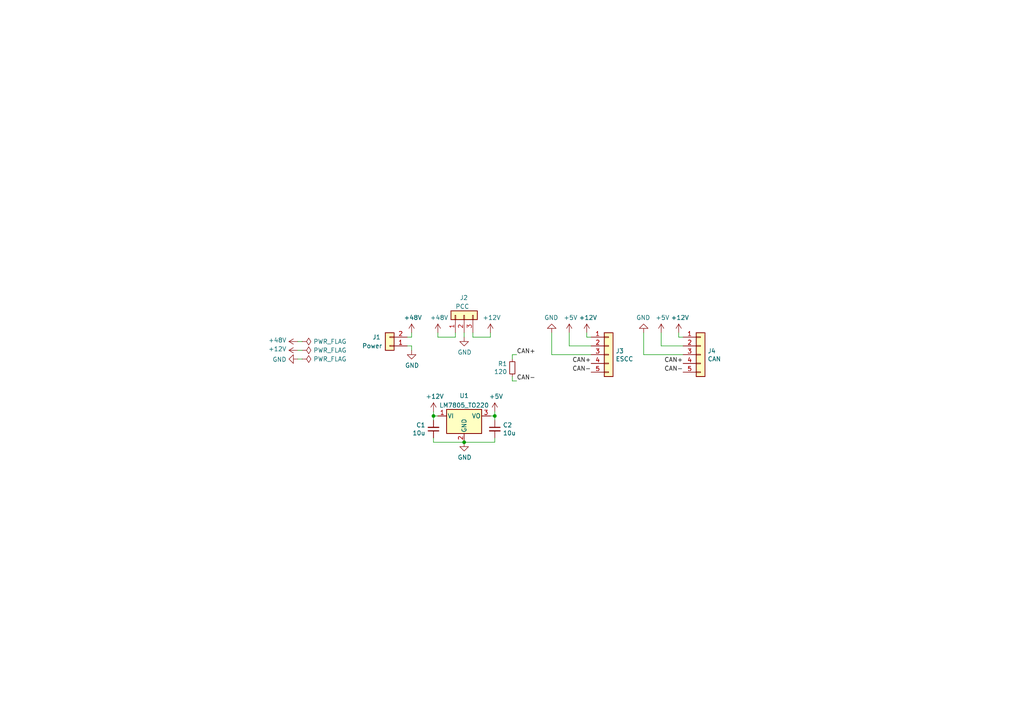
<source format=kicad_sch>
(kicad_sch (version 20211123) (generator eeschema)
  (paper "A4")
  (lib_symbols
    (symbol "Connector_Generic:Conn_01x02" (pin_names (offset 1.016) hide)
      (property "Reference" "J" (at 0 2.54 0))
      (property "Value" "Conn_01x02" (at 0 -5.08 0))
      (symbol "Conn_01x02_1_1"
        (rectangle (start -1.27 -2.413) (end 0 -2.667) (stroke (width 0.1524)))
        (rectangle (start -1.27 0.127) (end 0 -0.127) (stroke (width 0.1524)))
        (rectangle (start -1.27 1.27) (end 1.27 -3.81) (stroke (width 0.254)) (fill (type background)))
        (pin passive line (at -5.08 0 0) (length 3.81) (name "Pin_1") (number "1"))
        (pin passive line (at -5.08 -2.54 0) (length 3.81) (name "Pin_2") (number "2"))
      )
    )
    (symbol "Connector_Generic:Conn_01x03" (pin_names (offset 1.016) hide)
      (property "Reference" "J" (at 0 5.08 0))
      (property "Value" "Conn_01x03" (at 0 -5.08 0))
      (symbol "Conn_01x03_1_1"
        (rectangle (start -1.27 -2.413) (end 0 -2.667) (stroke (width 0.1524)))
        (rectangle (start -1.27 0.127) (end 0 -0.127) (stroke (width 0.1524)))
        (rectangle (start -1.27 2.667) (end 0 2.413) (stroke (width 0.1524)))
        (rectangle (start -1.27 3.81) (end 1.27 -3.81) (stroke (width 0.254)) (fill (type background)))
        (pin passive line (at -5.08 2.54 0) (length 3.81) (name "Pin_1") (number "1"))
        (pin passive line (at -5.08 0 0) (length 3.81) (name "Pin_2") (number "2"))
        (pin passive line (at -5.08 -2.54 0) (length 3.81) (name "Pin_3") (number "3"))
      )
    )
    (symbol "Connector_Generic:Conn_01x05" (pin_names (offset 1.016) hide)
      (property "Reference" "J" (at 0 7.62 0))
      (property "Value" "Conn_01x05" (at 0 -7.62 0))
      (symbol "Conn_01x05_1_1"
        (rectangle (start -1.27 -4.953) (end 0 -5.207) (stroke (width 0.1524)))
        (rectangle (start -1.27 -2.413) (end 0 -2.667) (stroke (width 0.1524)))
        (rectangle (start -1.27 0.127) (end 0 -0.127) (stroke (width 0.1524)))
        (rectangle (start -1.27 2.667) (end 0 2.413) (stroke (width 0.1524)))
        (rectangle (start -1.27 5.207) (end 0 4.953) (stroke (width 0.1524)))
        (rectangle (start -1.27 6.35) (end 1.27 -6.35) (stroke (width 0.254)) (fill (type background)))
        (pin passive line (at -5.08 5.08 0) (length 3.81) (name "Pin_1") (number "1"))
        (pin passive line (at -5.08 2.54 0) (length 3.81) (name "Pin_2") (number "2"))
        (pin passive line (at -5.08 0 0) (length 3.81) (name "Pin_3") (number "3"))
        (pin passive line (at -5.08 -2.54 0) (length 3.81) (name "Pin_4") (number "4"))
        (pin passive line (at -5.08 -5.08 0) (length 3.81) (name "Pin_5") (number "5"))
      )
    )
    (symbol "Device:C_Small" (pin_numbers hide) (pin_names (offset 0.254) hide)
      (property "Reference" "C" (at 0.254 1.778 0))
      (property "Value" "C_Small" (at 0.254 -2.032 0))
      (symbol "C_Small_0_1"
        (polyline (pts (xy -1.524 -0.508) (xy 1.524 -0.508)) (stroke (width 0.3302)))
        (polyline (pts (xy -1.524 0.508) (xy 1.524 0.508)) (stroke (width 0.3048)))
      )
      (symbol "C_Small_1_1"
        (pin passive line (at 0 2.54 270) (length 2.032) (name "~") (number "1"))
        (pin passive line (at 0 -2.54 90) (length 2.032) (name "~") (number "2"))
      )
    )
    (symbol "Device:R_Small" (pin_numbers hide) (pin_names (offset 0.254) hide)
      (property "Reference" "R" (at 0.762 0.508 0))
      (property "Value" "R_Small" (at 0.762 -1.016 0))
      (symbol "R_Small_0_1"
        (rectangle (start -0.762 1.778) (end 0.762 -1.778) (stroke (width 0.2032)))
      )
      (symbol "R_Small_1_1"
        (pin passive line (at 0 2.54 270) (length 0.762) (name "~") (number "1"))
        (pin passive line (at 0 -2.54 90) (length 0.762) (name "~") (number "2"))
      )
    )
    (symbol "Regulator_Linear:LM7805_TO220" (pin_names (offset 0.254))
      (property "Reference" "U" (at -3.81 3.175 0))
      (property "Value" "LM7805_TO220" (at 0 3.175 0))
      (symbol "LM7805_TO220_0_1"
        (rectangle (start -5.08 1.905) (end 5.08 -5.08) (stroke (width 0.254)) (fill (type background)))
      )
      (symbol "LM7805_TO220_1_1"
        (pin power_in line (at -7.62 0 0) (length 2.54) (name "VI") (number "1"))
        (pin power_in line (at 0 -7.62 90) (length 2.54) (name "GND") (number "2"))
        (pin power_out line (at 7.62 0 180) (length 2.54) (name "VO") (number "3"))
      )
    )
    (symbol "power:+12V" (power) (pin_names (offset 0))
      (property "Value" "+12V" (at 0 3.556 0))
      (symbol "+12V_0_1"
        (polyline (pts (xy -0.762 1.27) (xy 0 2.54)))
        (polyline (pts (xy 0 0) (xy 0 2.54)))
        (polyline (pts (xy 0 2.54) (xy 0.762 1.27)))
      )
      (symbol "+12V_1_1"
        (pin power_in line (at 0 0 90) (length 0) hide (name "+12V") (number "1"))
      )
    )
    (symbol "power:+48V" (power) (pin_names (offset 0))
      (property "Value" "+48V" (at 0 3.556 0))
      (symbol "+48V_0_1"
        (polyline (pts (xy -0.762 1.27) (xy 0 2.54)))
        (polyline (pts (xy 0 0) (xy 0 2.54)))
        (polyline (pts (xy 0 2.54) (xy 0.762 1.27)))
      )
      (symbol "+48V_1_1"
        (pin power_in line (at 0 0 90) (length 0) hide (name "+48V") (number "1"))
      )
    )
    (symbol "power:+5V" (power) (pin_names (offset 0))
      (property "Value" "+5V" (at 0 3.556 0))
      (symbol "+5V_0_1"
        (polyline (pts (xy -0.762 1.27) (xy 0 2.54)))
        (polyline (pts (xy 0 0) (xy 0 2.54)))
        (polyline (pts (xy 0 2.54) (xy 0.762 1.27)))
      )
      (symbol "+5V_1_1"
        (pin power_in line (at 0 0 90) (length 0) hide (name "+5V") (number "1"))
      )
    )
    (symbol "power:GND" (power) (pin_names (offset 0))
      (property "Value" "GND" (at 0 -3.81 0))
      (symbol "GND_0_1"
        (polyline (pts (xy 0 0) (xy 0 -1.27) (xy 1.27 -1.27) (xy 0 -2.54) (xy -1.27 -1.27) (xy 0 -1.27)))
      )
      (symbol "GND_1_1"
        (pin power_in line (at 0 0 270) (length 0) hide (name "GND") (number "1"))
      )
    )
    (symbol "power:PWR_FLAG" (power) (pin_numbers hide) (pin_names (offset 0) hide)
      (property "Value" "PWR_FLAG" (at 0 3.81 0))
      (symbol "PWR_FLAG_0_0"
        (pin power_out line (at 0 0 90) (length 0) (name "pwr") (number "1"))
      )
      (symbol "PWR_FLAG_0_1"
        (polyline (pts (xy 0 0) (xy 0 1.27) (xy -1.016 1.905) (xy 0 2.54) (xy 1.016 1.905) (xy 0 1.27)))
      )
    )
  )
  (junction (at 143.51 120.65))
  (junction (at 125.73 120.65))
  (junction (at 134.62 128.27))
  (wire (pts (xy 143.51 128.27) (xy 143.51 127)))
  (wire (pts (xy 87.63 101.6) (xy 86.36 101.6)))
  (wire (pts (xy 191.77 100.33) (xy 198.12 100.33)))
  (wire (pts (xy 143.51 121.92) (xy 143.51 120.65)))
  (wire (pts (xy 125.73 119.38) (xy 125.73 120.65)))
  (wire (pts (xy 137.16 97.79) (xy 142.24 97.79)))
  (wire (pts (xy 148.59 109.22) (xy 148.59 110.49)))
  (wire (pts (xy 186.69 102.87) (xy 198.12 102.87)))
  (wire (pts (xy 134.62 97.79) (xy 134.62 96.52)))
  (wire (pts (xy 165.1 96.52) (xy 165.1 100.33)))
  (wire (pts (xy 127 97.79) (xy 132.08 97.79)))
  (wire (pts (xy 170.18 96.52) (xy 170.18 97.79)))
  (wire (pts (xy 160.02 96.52) (xy 160.02 102.87)))
  (wire (pts (xy 160.02 102.87) (xy 171.45 102.87)))
  (wire (pts (xy 165.1 100.33) (xy 171.45 100.33)))
  (wire (pts (xy 143.51 120.65) (xy 143.51 119.38)))
  (wire (pts (xy 137.16 96.52) (xy 137.16 97.79)))
  (wire (pts (xy 186.69 96.52) (xy 186.69 102.87)))
  (wire (pts (xy 118.11 97.79) (xy 119.38 97.79)))
  (wire (pts (xy 127 120.65) (xy 125.73 120.65)))
  (wire (pts (xy 127 96.52) (xy 127 97.79)))
  (wire (pts (xy 118.11 100.33) (xy 119.38 100.33)))
  (wire (pts (xy 196.85 96.52) (xy 196.85 97.79)))
  (wire (pts (xy 134.62 128.27) (xy 125.73 128.27)))
  (wire (pts (xy 87.63 104.14) (xy 86.36 104.14)))
  (wire (pts (xy 148.59 102.87) (xy 148.59 104.14)))
  (wire (pts (xy 125.73 120.65) (xy 125.73 121.92)))
  (wire (pts (xy 125.73 128.27) (xy 125.73 127)))
  (wire (pts (xy 142.24 120.65) (xy 143.51 120.65)))
  (wire (pts (xy 142.24 97.79) (xy 142.24 96.52)))
  (wire (pts (xy 132.08 97.79) (xy 132.08 96.52)))
  (wire (pts (xy 119.38 100.33) (xy 119.38 101.6)))
  (wire (pts (xy 86.36 99.06) (xy 87.63 99.06)))
  (wire (pts (xy 170.18 97.79) (xy 171.45 97.79)))
  (wire (pts (xy 134.62 128.27) (xy 143.51 128.27)))
  (wire (pts (xy 119.38 97.79) (xy 119.38 96.52)))
  (wire (pts (xy 196.85 97.79) (xy 198.12 97.79)))
  (wire (pts (xy 191.77 96.52) (xy 191.77 100.33)))
  (wire (pts (xy 149.86 102.87) (xy 148.59 102.87)))
  (wire (pts (xy 148.59 110.49) (xy 149.86 110.49)))
  (label "CAN-" (at 149.86 110.49 0))
  (label "CAN+" (at 149.86 102.87 0))
  (label "CAN-" (at 198.12 107.95 180))
  (label "CAN-" (at 171.45 107.95 180))
  (label "CAN+" (at 198.12 105.41 180))
  (label "CAN+" (at 171.45 105.41 180))
  (symbol (lib_id "Connector_Generic:Conn_01x02") (at 113.03 100.33 180) (unit 1)
    (property "Reference" "J1" (at 109.22 97.79 0))
    (property "Value" "Power" (at 107.95 100.33 0))
    (property "Footprint" "extraparts:Molex_SuperSabre_Vert_2pin" (effects hide))
  )
  (symbol (lib_id "power:GND") (at 119.38 101.6 0) (unit 1)
    (property "Reference" "#PWR0101" (effects hide))
    (property "Value" "GND" (at 119.507 105.9942 0))
  )
  (symbol (lib_id "power:+48V") (at 119.38 96.52 0) (unit 1)
    (property "Reference" "#PWR0102" (effects hide))
    (property "Value" "+48V" (at 119.761 92.1258 0))
  )
  (symbol (lib_id "Connector_Generic:Conn_01x03") (at 134.62 91.44 90) (unit 1)
    (property "Reference" "J2" (at 133.35 86.36 90) (effects (justify right)))
    (property "Value" "PCC" (at 132.08 88.9 90) (effects (justify right)))
    (property "Footprint" "extraparts:Samtec_mPOWER_UMPS_3pin" (effects hide))
  )
  (symbol (lib_id "Connector_Generic:Conn_01x05") (at 176.53 102.87 0) (unit 1)
    (property "Reference" "J3" (at 178.562 101.8032 0) (effects (justify left)))
    (property "Value" "ESCC" (at 178.562 104.1146 0) (effects (justify left)))
    (property "Footprint" "extraparts:Samtec_mPOWER_UMPS_5pin" (effects hide))
  )
  (symbol (lib_id "power:+12V") (at 125.73 119.38 0) (unit 1)
    (property "Reference" "#PWR0116" (effects hide))
    (property "Value" "+12V" (at 126.111 114.9858 0))
  )
  (symbol (lib_id "power:+48V") (at 127 96.52 0) (unit 1)
    (property "Reference" "#PWR0103" (effects hide))
    (property "Value" "+48V" (at 127.381 92.1258 0))
  )
  (symbol (lib_id "power:GND") (at 134.62 97.79 0) (unit 1)
    (property "Reference" "#PWR0104" (effects hide))
    (property "Value" "GND" (at 134.747 102.1842 0))
  )
  (symbol (lib_id "power:+12V") (at 142.24 96.52 0) (unit 1)
    (property "Reference" "#PWR0105" (effects hide))
    (property "Value" "+12V" (at 142.621 92.1258 0))
  )
  (symbol (lib_id "Device:C_Small") (at 125.73 124.46 0) (mirror x) (unit 1)
    (property "Reference" "C1" (at 123.3932 123.2916 0) (effects (justify right)))
    (property "Value" "10u" (at 123.3932 125.603 0) (effects (justify right)))
    (property "Footprint" "Capacitor_SMD:C_0805_2012Metric" (effects hide))
  )
  (symbol (lib_id "power:GND") (at 134.62 128.27 0) (unit 1)
    (property "Reference" "#PWR0117" (effects hide))
    (property "Value" "GND" (at 134.747 132.6642 0))
  )
  (symbol (lib_id "Device:C_Small") (at 143.51 124.46 0) (unit 1)
    (property "Reference" "C2" (at 145.8468 123.2916 0) (effects (justify left)))
    (property "Value" "10u" (at 145.8468 125.603 0) (effects (justify left)))
    (property "Footprint" "Capacitor_SMD:C_0805_2012Metric" (effects hide))
  )
  (symbol (lib_id "power:+5V") (at 143.51 119.38 0) (unit 1)
    (property "Reference" "#PWR0118" (effects hide))
    (property "Value" "+5V" (at 143.891 114.9858 0))
  )
  (symbol (lib_id "power:+12V") (at 170.18 96.52 0) (unit 1)
    (property "Reference" "#PWR0106" (effects hide))
    (property "Value" "+12V" (at 170.561 92.1258 0))
  )
  (symbol (lib_id "power:+5V") (at 165.1 96.52 0) (unit 1)
    (property "Reference" "#PWR0107" (effects hide))
    (property "Value" "+5V" (at 165.481 92.1258 0))
  )
  (symbol (lib_id "Device:R_Small") (at 148.59 106.68 0) (mirror x) (unit 1)
    (property "Reference" "R1" (at 147.1168 105.5116 0) (effects (justify right)))
    (property "Value" "120" (at 147.1168 107.823 0) (effects (justify right)))
    (property "Footprint" "Resistor_SMD:R_0603_1608Metric" (effects hide))
  )
  (symbol (lib_id "power:GND") (at 160.02 96.52 180) (unit 1)
    (property "Reference" "#PWR0108" (effects hide))
    (property "Value" "GND" (at 159.893 92.1258 0))
  )
  (symbol (lib_id "Connector_Generic:Conn_01x05") (at 203.2 102.87 0) (unit 1)
    (property "Reference" "J4" (at 205.232 101.8032 0) (effects (justify left)))
    (property "Value" "CAN" (at 205.232 104.1146 0) (effects (justify left)))
    (property "Footprint" "extraparts:Molex_DuraClik_RH_5pin" (effects hide))
  )
  (symbol (lib_id "power:+12V") (at 196.85 96.52 0) (unit 1)
    (property "Reference" "#PWR0109" (effects hide))
    (property "Value" "+12V" (at 197.231 92.1258 0))
  )
  (symbol (lib_id "power:+5V") (at 191.77 96.52 0) (unit 1)
    (property "Reference" "#PWR0110" (effects hide))
    (property "Value" "+5V" (at 192.151 92.1258 0))
  )
  (symbol (lib_id "power:GND") (at 186.69 96.52 180) (unit 1)
    (property "Reference" "#PWR0111" (effects hide))
    (property "Value" "GND" (at 186.563 92.1258 0))
  )
  (symbol (lib_id "power:PWR_FLAG") (at 87.63 99.06 270) (unit 1)
    (property "Reference" "#FLG0101" (effects hide))
    (property "Value" "PWR_FLAG" (at 90.8812 99.06 90) (effects (justify left)))
  )
  (symbol (lib_id "power:PWR_FLAG") (at 87.63 101.6 270) (unit 1)
    (property "Reference" "#FLG0102" (effects hide))
    (property "Value" "PWR_FLAG" (at 90.8812 101.6 90) (effects (justify left)))
  )
  (symbol (lib_id "power:PWR_FLAG") (at 87.63 104.14 270) (unit 1)
    (property "Reference" "#FLG0104" (effects hide))
    (property "Value" "PWR_FLAG" (at 90.8812 104.14 90) (effects (justify left)))
  )
  (symbol (lib_id "power:+48V") (at 86.36 99.06 90) (unit 1)
    (property "Reference" "#PWR0112" (effects hide))
    (property "Value" "+48V" (at 83.1088 98.679 90) (effects (justify left)))
  )
  (symbol (lib_id "power:GND") (at 86.36 104.14 270) (unit 1)
    (property "Reference" "#PWR0113" (effects hide))
    (property "Value" "GND" (at 83.1088 104.267 90) (effects (justify right)))
  )
  (symbol (lib_id "power:+12V") (at 86.36 101.6 90) (unit 1)
    (property "Reference" "#PWR0114" (effects hide))
    (property "Value" "+12V" (at 83.1088 101.219 90) (effects (justify left)))
  )
  (symbol (lib_id "Regulator_Linear:LM7805_TO220") (at 134.62 120.65 0) (unit 1)
    (property "Reference" "U1" (at 134.62 114.7785 0))
    (property "Value" "LM7805_TO220" (at 134.62 117.5536 0))
    (property "Footprint" "Package_TO_SOT_THT:TO-220-3_Vertical" (effects hide))
    (property "Datasheet" "https://www.onsemi.cn/PowerSolutions/document/MC7800-D.PDF" (effects hide))
  )
)
</source>
